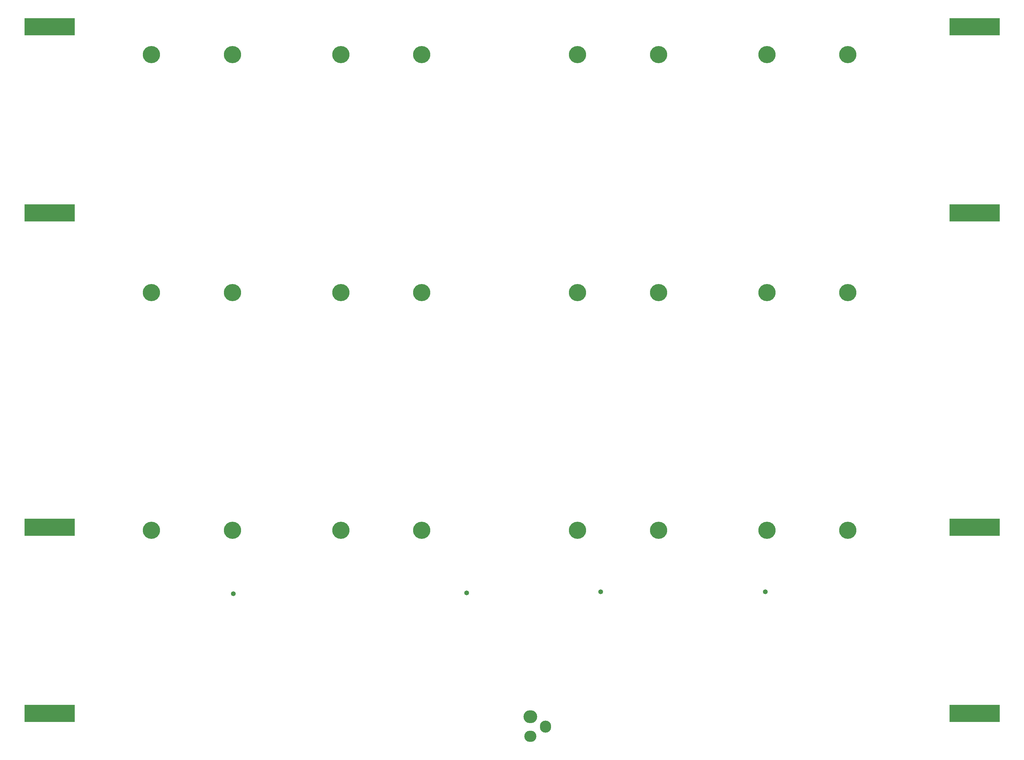
<source format=gbs>
%FSTAX24Y24*%
%MOIN*%
%SFA1B1*%

%IPPOS*%
%ADD45O,0.165500X0.155600*%
%ADD46O,0.136000X0.145800*%
%ADD47O,0.145800X0.136000*%
%ADD48C,0.208000*%
%ADD49R,0.608000X0.208000*%
%ADD50C,0.058000*%
%LNtoasterbigboard-1*%
%LPD*%
G54D45*
X0862Y025841D03*
G54D46*
X08805Y02466D03*
G54D47*
X0862Y023479D03*
G54D48*
X050208Y105865D03*
X040427D03*
X063299D03*
X07308D03*
X050208Y077115D03*
X040427D03*
X063299D03*
X07308D03*
X050208Y048365D03*
X040427D03*
X063299D03*
X07308D03*
X114799Y105865D03*
X124579D03*
X101707D03*
X091927D03*
X114799Y077115D03*
X124579D03*
X101707D03*
X091927D03*
X114799Y048365D03*
X124579D03*
X101707D03*
X091927D03*
G54D49*
X0281Y04875D03*
X1399D03*
Y08675D03*
X0281D03*
X1399Y02625D03*
X0281Y10925D03*
X1399D03*
X0281Y02625D03*
G54D50*
X0785Y0408D03*
X0503Y0407D03*
X094709Y04095D03*
X1146D03*
M02*
</source>
